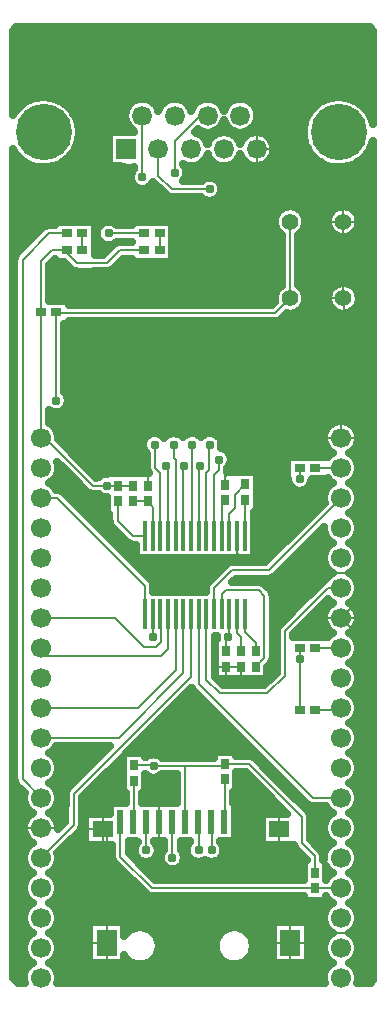
<source format=gbr>
G04 DipTrace 3.3.1.3*
G04 Top.gbr*
%MOIN*%
G04 #@! TF.FileFunction,Copper,L1,Top*
G04 #@! TF.Part,Single*
G04 #@! TA.AperFunction,Conductor*
%ADD13C,0.007874*%
G04 #@! TA.AperFunction,CopperBalancing*
%ADD14C,0.025*%
%ADD15C,0.00787*%
%ADD17R,0.027559X0.035433*%
%ADD18R,0.035433X0.027559*%
G04 #@! TA.AperFunction,ComponentPad*
%ADD19R,0.066535X0.066535*%
%ADD20C,0.066535*%
%ADD21C,0.187402*%
%ADD22C,0.055118*%
%ADD24R,0.023622X0.07874*%
%ADD25R,0.068898X0.057087*%
%ADD26R,0.068898X0.088583*%
G04 #@! TA.AperFunction,ComponentPad*
%ADD30C,0.066929*%
%ADD31R,0.015748X0.098425*%
G04 #@! TA.AperFunction,ViaPad*
%ADD35C,0.031*%
%FSLAX26Y26*%
G04*
G70*
G90*
G75*
G01*
G04 Top*
%LPD*%
X774196Y2083686D2*
D13*
X824196D1*
X827944Y1151987D2*
X891666D1*
X893702Y1149951D1*
X999873D1*
X1124953D1*
X1131202Y1156200D1*
X999873Y962516D2*
Y1149951D1*
X1381202Y1543700D2*
Y1506200D1*
Y1337449D1*
Y2106200D2*
Y2143700D1*
X1381201D1*
X1134824Y1532363D2*
Y1570939D1*
X1142416Y1578532D1*
X1146589Y1656968D2*
Y1582704D1*
X1142416Y1578532D1*
X518702Y2243700D2*
X531202D1*
X691217Y2083686D1*
X737453D1*
X774196D1*
X737764Y2084481D2*
X737453Y2083686D1*
X1431202Y793700D2*
Y849949D1*
X1387452Y893700D1*
Y981200D1*
X1212452Y1156200D1*
X1131202D1*
X518702Y2243700D2*
Y2661117D1*
X518075Y2661745D1*
Y2832128D1*
X554647Y2868700D1*
X605021D1*
X862504D2*
X780601D1*
X737474Y2825573D1*
X638923D1*
X595795Y2868700D1*
X605021D1*
X656202Y2924951D2*
Y2868700D1*
X967456Y1915432D2*
Y2169737D1*
X960288Y2176905D1*
Y2220825D1*
X961357D1*
X964458Y3128050D2*
Y3234792D1*
X1047757Y3318091D1*
X1073591D1*
X827944Y1100806D2*
Y963815D1*
X826645Y962516D1*
X1131202Y1105019D2*
Y963924D1*
X1129794Y962516D1*
X1095408Y1915432D2*
Y2120896D1*
X1111953Y2137440D1*
Y2171250D1*
X1044227Y1915432D2*
Y2151229D1*
X1049953D1*
X856202Y3112451D2*
Y3317369D1*
X855481Y3318091D1*
X993046Y1915432D2*
Y2150573D1*
X993702Y2151229D1*
X737735Y560833D2*
Y666108D1*
Y925441D1*
X724243Y938934D1*
X1518702Y1643700D2*
X1568702Y1693700D1*
Y1762451D1*
X1537453Y1793700D1*
X1468702D1*
X1299952Y1624949D1*
Y1470747D1*
X1271998Y1442793D1*
X1184824D1*
Y1481182D1*
X1134824D2*
X1184824D1*
X1131202Y2087449D2*
Y2112449D1*
X1228839Y2210087D1*
X1262453Y2243700D1*
X1518702D1*
X1172180Y1915428D2*
Y1858973D1*
X1187453Y1843700D1*
X1218702D1*
X1228839Y1853836D1*
Y2210087D1*
X874196Y2083686D2*
Y2125708D1*
X862453Y2137451D1*
Y2258053D1*
X878798Y2274398D1*
X1262453D1*
Y2243700D1*
X913259Y962516D2*
Y849142D1*
X962452Y799949D1*
X1099953D1*
X1231202D1*
X1313042Y881789D1*
Y938582D1*
X1099953Y799949D2*
D3*
X1349353Y560697D2*
Y625549D1*
X1308794Y666108D1*
X737735D1*
Y560833D2*
Y480917D1*
X781202Y437449D1*
X1306202D1*
X1349353Y480600D1*
Y560697D1*
X1416949D1*
X1449952Y593700D1*
X1543702D1*
X1568702Y618700D1*
Y1593700D1*
X1518702Y1643700D1*
Y2243700D2*
Y2468923D1*
X1526996Y2477217D1*
Y2709443D1*
X1526036Y2708482D1*
Y2964388D1*
Y3018330D1*
X1338086Y3206280D1*
X1237173D1*
X605021Y2924951D2*
X544435D1*
X457484Y2838001D1*
Y1104918D1*
X518702Y1043700D1*
X1018637Y1656968D2*
Y1447330D1*
X627562Y1056255D1*
Y952560D1*
X518702Y843700D1*
X743702Y2924951D2*
X862504D1*
Y2924949D1*
X783337Y962516D2*
Y847815D1*
X888634Y742519D1*
X1431202D1*
X1517521D1*
X1518702Y743700D1*
X956202Y843700D2*
Y962153D1*
X956566Y962516D1*
X1432383Y1543700D2*
X1518702D1*
X868702Y868700D2*
Y961267D1*
X869952Y962516D1*
X1069818Y1656968D2*
Y1435772D1*
X1114037Y1391553D1*
X1272806D1*
X1331202Y1449949D1*
Y1599949D1*
X1474953Y1743700D1*
X1518702D1*
X1095408Y1656968D2*
Y1741657D1*
X1155853Y1802102D1*
X1277104D1*
X1518702Y2043700D1*
X1432382Y2143700D2*
X1518702D1*
X1043702Y868700D2*
Y961994D1*
X1043180Y962516D1*
X967456Y1656968D2*
Y1469754D1*
X841402Y1343700D1*
X518702D1*
X993046Y1656968D2*
Y1459256D1*
X777490Y1243700D1*
X518702D1*
X916274Y1656968D2*
Y1616011D1*
X919903Y1612382D1*
Y1564203D1*
X902982Y1547280D1*
X860865D1*
X764445Y1643700D1*
X518702D1*
X941865Y1656968D2*
Y1539158D1*
X918776Y1516069D1*
X518702D1*
Y1543700D1*
X865093Y1656960D2*
Y1750611D1*
X572004Y2043700D1*
X518702D1*
X569259Y2367906D2*
Y2659398D1*
X1299786D1*
X1348870Y2708482D1*
Y2964388D1*
X569256Y2661745D2*
X569259Y2659398D1*
X1044227Y1656968D2*
Y1423350D1*
X1423877Y1043700D1*
X1518702D1*
X1432383Y1337449D2*
X1512452D1*
X1518702Y1343700D1*
X1087453Y868700D2*
Y961550D1*
X1086487Y962516D1*
X1197771Y1915448D2*
Y1964880D1*
X1199952Y1967062D1*
Y2037451D1*
Y2088632D2*
X1165042Y2053721D1*
Y2008791D1*
X1146589Y1990336D1*
Y1915432D1*
X1234198Y1532077D2*
Y1560297D1*
X1197771Y1596725D1*
Y1656964D1*
X1120999Y1656968D2*
Y1721783D1*
X1134571Y1735355D1*
X1244923D1*
X1263071Y1717207D1*
Y1509768D1*
X1234198Y1480896D1*
X774196Y2032504D2*
Y1966096D1*
X824860Y1915432D1*
X865093D1*
X1172180Y1656964D2*
Y1592172D1*
X1184824Y1579528D1*
Y1532363D1*
X1120999Y1915432D2*
Y2033497D1*
X1131202Y2043700D1*
Y2036268D1*
X890684Y1915432D2*
Y2011872D1*
X870051Y2032504D1*
X874196D1*
X824196D1*
X890204Y1579465D2*
X890684Y1656968D1*
X916274Y1915432D2*
Y2127377D1*
X899952Y2143700D1*
Y2221250D1*
X897617D1*
X941865Y1915432D2*
Y2151229D1*
X935330D1*
X1069818Y1915432D2*
Y2127982D1*
X1078858Y2137023D1*
Y2218906D1*
X1081202Y2221250D1*
X1081142Y3072720D2*
X954816D1*
X910008Y3117528D1*
Y3206280D1*
X1018637Y1915432D2*
X1021879D1*
Y2221250D1*
X913685Y2924949D2*
Y2868700D1*
D35*
X897617Y2221250D3*
X935330Y2151229D3*
X961357Y2220825D3*
X993702Y2151229D3*
X1021879Y2221250D3*
X1049953Y2151229D3*
X1081202Y2221250D3*
X1111953Y2171250D3*
X890204Y1579465D3*
X1087453Y868700D3*
X1043702D3*
X956202Y843700D3*
X893702Y1149951D3*
X868702Y868700D3*
X1381202Y1506200D3*
Y2106200D3*
X1142416Y1578532D3*
X737764Y2084481D3*
X1099953Y799949D3*
X743702Y2924951D3*
X569259Y2367906D3*
X1081142Y3072720D3*
X856202Y3112451D3*
X964458Y3128050D3*
X427453Y3587582D2*
D14*
X1622439D1*
X427453Y3562713D2*
X1622439D1*
X427453Y3537844D2*
X1622439D1*
X427453Y3512976D2*
X1622439D1*
X427453Y3488107D2*
X1622439D1*
X427453Y3463238D2*
X1622439D1*
X427453Y3438369D2*
X1622439D1*
X427453Y3413501D2*
X1622439D1*
X427453Y3388632D2*
X1622439D1*
X427453Y3363763D2*
X466177D1*
X588088D2*
X819278D1*
X891705D2*
X928331D1*
X1000756D2*
X1037382D1*
X1109809D2*
X1146435D1*
X1218861D2*
X1450015D1*
X1571961D2*
X1622439D1*
X618231Y3338894D2*
X800152D1*
X1237952D2*
X1419872D1*
X1602104D2*
X1622439D1*
X634738Y3314025D2*
X796348D1*
X1241755D2*
X1403365D1*
X643673Y3289157D2*
X804135D1*
X1234004D2*
X1394429D1*
X646831Y3264288D2*
X826276D1*
X1035242D2*
X1052992D1*
X1094200D2*
X1162044D1*
X1203251D2*
X1391309D1*
X644607Y3239419D2*
X741697D1*
X1285748D2*
X1393533D1*
X636712Y3214550D2*
X741697D1*
X1295832D2*
X1401391D1*
X621712Y3189682D2*
X741697D1*
X1293966D2*
X1416427D1*
X1605584D2*
X1622439D1*
X427453Y3164813D2*
X459395D1*
X594870D2*
X741697D1*
X1060324D2*
X1086866D1*
X1169377D2*
X1195919D1*
X1278428D2*
X1443268D1*
X1578708D2*
X1622439D1*
X427453Y3139944D2*
X826024D1*
X1004093D2*
X1622439D1*
X427453Y3115075D2*
X814793D1*
X1003735D2*
X1622439D1*
X427453Y3090207D2*
X821683D1*
X1118492D2*
X1622439D1*
X427453Y3065338D2*
X920902D1*
X1121937D2*
X1622439D1*
X427453Y3040469D2*
X1056723D1*
X1105575D2*
X1622439D1*
X427453Y3015600D2*
X1622439D1*
X427453Y2990731D2*
X1302638D1*
X1395124D2*
X1479798D1*
X1572284D2*
X1622439D1*
X427453Y2965863D2*
X1295318D1*
X1402408D2*
X1472513D1*
X1579568D2*
X1622439D1*
X427453Y2940994D2*
X519179D1*
X957408D2*
X1300987D1*
X1396739D2*
X1478147D1*
X1573935D2*
X1622439D1*
X427453Y2916125D2*
X494311D1*
X957408D2*
X1318929D1*
X1378797D2*
X1506855D1*
X1545192D2*
X1622439D1*
X427453Y2891256D2*
X469444D1*
X699903D2*
X721566D1*
X957408D2*
X1318929D1*
X1378797D2*
X1622439D1*
X427453Y2866388D2*
X444575D1*
X699903D2*
X736996D1*
X957408D2*
X1318929D1*
X1378797D2*
X1622439D1*
X957408Y2841519D2*
X1318929D1*
X1378797D2*
X1622439D1*
X548005Y2816650D2*
X606557D1*
X769841D2*
X1318929D1*
X1378797D2*
X1622439D1*
X548005Y2791781D2*
X1318929D1*
X1378797D2*
X1622439D1*
X548005Y2766913D2*
X1318929D1*
X1378797D2*
X1622439D1*
X548005Y2742044D2*
X1307877D1*
X1389849D2*
X1485074D1*
X1567009D2*
X1622439D1*
X548005Y2717175D2*
X1296071D1*
X1401691D2*
X1473231D1*
X1578851D2*
X1622439D1*
X612957Y2692306D2*
X1291407D1*
X1399789D2*
X1474954D1*
X1577452D2*
X1622439D1*
X1381739Y2667438D2*
X1492681D1*
X1559760D2*
X1622439D1*
X1324252Y2642569D2*
X1622439D1*
X599213Y2617700D2*
X1622439D1*
X599213Y2592831D2*
X1622439D1*
X599213Y2567962D2*
X1622439D1*
X599213Y2543094D2*
X1622439D1*
X599213Y2518225D2*
X1622439D1*
X599213Y2493356D2*
X1622439D1*
X599213Y2468487D2*
X1622439D1*
X599213Y2443619D2*
X1622439D1*
X599213Y2418750D2*
X1622439D1*
X600864Y2393881D2*
X1622439D1*
X610731Y2369012D2*
X1622439D1*
X602693Y2344144D2*
X1622439D1*
X548652Y2319275D2*
X1622439D1*
X548652Y2294406D2*
X1490240D1*
X1547166D2*
X1622439D1*
X571977Y2269537D2*
X1465445D1*
X1571961D2*
X1622439D1*
X578149Y2244669D2*
X863918D1*
X1114904D2*
X1459236D1*
X1578170D2*
X1622439D1*
X596414Y2219800D2*
X856131D1*
X1122691D2*
X1464512D1*
X1572894D2*
X1622439D1*
X621281Y2194931D2*
X866323D1*
X1145441D2*
X1486760D1*
X1550646D2*
X1622439D1*
X646149Y2170062D2*
X870019D1*
X1153444D2*
X1337482D1*
X1571710D2*
X1622439D1*
X671017Y2145193D2*
X870019D1*
X1143469D2*
X1337482D1*
X1578133D2*
X1622439D1*
X573160Y2120325D2*
X613267D1*
X695885D2*
X719879D1*
X1239746D2*
X1337482D1*
X1573146D2*
X1622439D1*
X551487Y2095456D2*
X638135D1*
X1239746D2*
X1341214D1*
X1421176D2*
X1485899D1*
X1551507D2*
X1622439D1*
X579979Y2070587D2*
X663003D1*
X1239746D2*
X1362816D1*
X1399609D2*
X1465983D1*
X1571423D2*
X1622439D1*
X611269Y2045718D2*
X730967D1*
X1239746D2*
X1459273D1*
X1578133D2*
X1622439D1*
X636173Y2020850D2*
X734412D1*
X1239746D2*
X1454536D1*
X1573397D2*
X1622439D1*
X661041Y1995981D2*
X734412D1*
X1229877D2*
X1429668D1*
X1552297D2*
X1622439D1*
X685908Y1971112D2*
X744244D1*
X1231635D2*
X1404801D1*
X1571135D2*
X1622439D1*
X710777Y1946243D2*
X752750D1*
X1231635D2*
X1379933D1*
X1578097D2*
X1622439D1*
X735645Y1921375D2*
X777617D1*
X1231635D2*
X1355065D1*
X1437683D2*
X1463794D1*
X1573612D2*
X1622439D1*
X760512Y1896506D2*
X802484D1*
X1231635D2*
X1330197D1*
X1412815D2*
X1484284D1*
X1553086D2*
X1622439D1*
X785379Y1871637D2*
X831227D1*
X1231635D2*
X1305330D1*
X1387946D2*
X1466557D1*
X1570849D2*
X1622439D1*
X810247Y1846768D2*
X831227D1*
X1231635D2*
X1280462D1*
X1363079D2*
X1459309D1*
X1578097D2*
X1622439D1*
X835116Y1821899D2*
X1134341D1*
X1338212D2*
X1463579D1*
X1573827D2*
X1622439D1*
X859983Y1797031D2*
X1109474D1*
X1313344D2*
X1483530D1*
X1553876D2*
X1622439D1*
X884851Y1772162D2*
X1084607D1*
X1167223D2*
X1466844D1*
X1570562D2*
X1622439D1*
X895042Y1747293D2*
X1066054D1*
X1274302D2*
X1437240D1*
X1578062D2*
X1622439D1*
X1292495Y1722424D2*
X1412372D1*
X1574042D2*
X1622439D1*
X1292998Y1697556D2*
X1387504D1*
X1470122D2*
X1482813D1*
X1554593D2*
X1622439D1*
X1292998Y1672687D2*
X1362637D1*
X1445254D2*
X1467167D1*
X1570239D2*
X1622439D1*
X1292998Y1647818D2*
X1337769D1*
X1420386D2*
X1459381D1*
X1578025D2*
X1622439D1*
X1292998Y1622949D2*
X1312900D1*
X1395519D2*
X1463149D1*
X1574257D2*
X1622439D1*
X1370651Y1598081D2*
X1482095D1*
X1555311D2*
X1622439D1*
X1569916Y1573212D2*
X1622439D1*
X1577990Y1548343D2*
X1622439D1*
X1574473Y1523474D2*
X1622439D1*
X1555992Y1498606D2*
X1622439D1*
X1273979Y1473737D2*
X1301274D1*
X1569593D2*
X1622439D1*
X1273979Y1448868D2*
X1288823D1*
X1577918D2*
X1622439D1*
X1122907Y1423999D2*
X1263956D1*
X1574652D2*
X1622439D1*
X1011738Y1399130D2*
X1027155D1*
X1556675D2*
X1622439D1*
X986869Y1374262D2*
X1052023D1*
X1569269D2*
X1622439D1*
X962002Y1349393D2*
X1076891D1*
X1577882D2*
X1622439D1*
X937134Y1324524D2*
X1101759D1*
X1574832D2*
X1622439D1*
X912267Y1299655D2*
X1126626D1*
X1557320D2*
X1622439D1*
X887399Y1274787D2*
X1151494D1*
X1568946D2*
X1622439D1*
X862530Y1249918D2*
X1176362D1*
X1577810D2*
X1622439D1*
X837663Y1225049D2*
X1201230D1*
X1575011D2*
X1622439D1*
X557946Y1200180D2*
X730177D1*
X812795D2*
X1226097D1*
X1557966D2*
X1622439D1*
X568604Y1175312D2*
X705310D1*
X1234650D2*
X1250965D1*
X1568588D2*
X1622439D1*
X577754Y1150443D2*
X680442D1*
X763059D2*
X788167D1*
X1259517D2*
X1275832D1*
X1577774D2*
X1622439D1*
X575206Y1125574D2*
X655575D1*
X738192D2*
X788167D1*
X1170991D2*
X1201768D1*
X1284385D2*
X1300701D1*
X1575191D2*
X1622439D1*
X558555Y1100705D2*
X630706D1*
X713324D2*
X788167D1*
X867734D2*
X969920D1*
X1170991D2*
X1226635D1*
X1309254D2*
X1325568D1*
X1558576D2*
X1622439D1*
X427453Y1075836D2*
X445257D1*
X568244D2*
X605839D1*
X688457D2*
X788167D1*
X867734D2*
X969920D1*
X1170991D2*
X1251503D1*
X1334121D2*
X1350436D1*
X1568229D2*
X1622439D1*
X427453Y1050968D2*
X459718D1*
X577718D2*
X597622D1*
X663589D2*
X797999D1*
X857866D2*
X969920D1*
X1161124D2*
X1276372D1*
X1358988D2*
X1375303D1*
X1577702D2*
X1622439D1*
X427453Y1026099D2*
X462015D1*
X575386D2*
X597622D1*
X657488D2*
X797999D1*
X857866D2*
X969920D1*
X1161124D2*
X1301239D1*
X1383856D2*
X1400171D1*
X1575370D2*
X1622439D1*
X427453Y1001230D2*
X478235D1*
X559166D2*
X597622D1*
X657488D2*
X745536D1*
X1167618D2*
X1326107D1*
X1408725D2*
X1478255D1*
X1559151D2*
X1622439D1*
X427453Y976361D2*
X469515D1*
X567886D2*
X597622D1*
X1167618D2*
X1252580D1*
X1417372D2*
X1469536D1*
X1567870D2*
X1622439D1*
X427453Y951493D2*
X459790D1*
X1167618D2*
X1252185D1*
X1417372D2*
X1459774D1*
X1577631D2*
X1622439D1*
X427453Y926624D2*
X461872D1*
X642920D2*
X663792D1*
X1167618D2*
X1252185D1*
X1417372D2*
X1461856D1*
X1575550D2*
X1622439D1*
X427453Y901755D2*
X477660D1*
X618051D2*
X663792D1*
X1167618D2*
X1252580D1*
X1420709D2*
X1477646D1*
X1559760D2*
X1622439D1*
X427453Y876886D2*
X469910D1*
X593184D2*
X753395D1*
X813261D2*
X828070D1*
X909324D2*
X926250D1*
X986152D2*
X1003078D1*
X1128074D2*
X1363282D1*
X1445578D2*
X1469894D1*
X1567512D2*
X1622439D1*
X427453Y852018D2*
X459862D1*
X577538D2*
X753395D1*
X1125204D2*
X1387827D1*
X1577559D2*
X1622439D1*
X427453Y827149D2*
X461692D1*
X575709D2*
X762689D1*
X845306D2*
X918390D1*
X994011D2*
X1391416D1*
X1575693D2*
X1622439D1*
X427453Y802280D2*
X477087D1*
X560314D2*
X787557D1*
X870175D2*
X1391416D1*
X1560299D2*
X1622439D1*
X427453Y777411D2*
X470269D1*
X567133D2*
X812424D1*
X895042D2*
X1391416D1*
X1567117D2*
X1622439D1*
X427453Y752543D2*
X459935D1*
X577467D2*
X837292D1*
X1577487D2*
X1622439D1*
X427453Y727674D2*
X461549D1*
X575852D2*
X862160D1*
X1575873D2*
X1622439D1*
X427453Y702805D2*
X476549D1*
X560852D2*
X1391416D1*
X1560873D2*
X1622439D1*
X427453Y677936D2*
X470663D1*
X566738D2*
X1470684D1*
X1566722D2*
X1622439D1*
X427453Y653067D2*
X460005D1*
X577395D2*
X1460026D1*
X1577379D2*
X1622439D1*
X427453Y628199D2*
X461406D1*
X576032D2*
X677285D1*
X798191D2*
X1288895D1*
X1409801D2*
X1461390D1*
X1576016D2*
X1622439D1*
X427453Y603330D2*
X476011D1*
X561391D2*
X677285D1*
X798191D2*
X814183D1*
X882949D2*
X1128635D1*
X1197402D2*
X1288895D1*
X1409801D2*
X1475995D1*
X1561376D2*
X1622439D1*
X427453Y578461D2*
X471058D1*
X566343D2*
X677285D1*
X906166D2*
X1105454D1*
X1220620D2*
X1288895D1*
X1409801D2*
X1471079D1*
X1566327D2*
X1622439D1*
X427453Y553592D2*
X460113D1*
X577288D2*
X677285D1*
X912840D2*
X1098780D1*
X1227294D2*
X1288895D1*
X1409801D2*
X1460099D1*
X1577307D2*
X1622439D1*
X427453Y528724D2*
X461226D1*
X576175D2*
X677285D1*
X909000D2*
X1102584D1*
X1223454D2*
X1288895D1*
X1409801D2*
X1461247D1*
X1576159D2*
X1622439D1*
X427453Y503855D2*
X475508D1*
X561929D2*
X677285D1*
X891848D2*
X1119736D1*
X1206301D2*
X1288895D1*
X1409801D2*
X1475492D1*
X1561914D2*
X1622439D1*
X427453Y478986D2*
X471488D1*
X565912D2*
X1471474D1*
X1565932D2*
X1622439D1*
X427453Y454117D2*
X460185D1*
X577215D2*
X1460206D1*
X1577200D2*
X1622439D1*
X440820Y429249D2*
X461118D1*
X576319D2*
X1461103D1*
X1576303D2*
X1618634D1*
X1237233Y2047411D2*
Y1996233D1*
X1227364D1*
X1227390Y1988182D1*
X1229145Y1988161D1*
Y1842735D1*
X1187242Y1842716D1*
X1182145Y1841729D1*
X1162302D1*
X1155785Y1842716D1*
X833719Y1842720D1*
Y1887969D1*
X822708Y1888079D1*
X818454Y1888754D1*
X814360Y1890083D1*
X810524Y1892039D1*
X807041Y1894569D1*
X754794Y1946695D1*
X751999Y1949969D1*
X749750Y1953640D1*
X748101Y1957617D1*
X747096Y1961804D1*
X746759Y1966104D1*
Y1991323D1*
X736916Y1991287D1*
Y2045508D1*
X731663Y2045961D1*
X725712Y2047390D1*
X720058Y2049731D1*
X714840Y2052930D1*
X710898Y2056246D1*
X689065Y2056333D1*
X684813Y2057006D1*
X680718Y2058336D1*
X676882Y2060291D1*
X673398Y2062822D1*
X600364Y2135737D1*
X571818Y2164283D1*
X574093Y2156998D1*
X575491Y2148170D1*
Y2139230D1*
X574093Y2130402D1*
X571331Y2121901D1*
X567273Y2113936D1*
X562019Y2106704D1*
X555698Y2100384D1*
X548466Y2095129D1*
X545950Y2093721D1*
X552185Y2089785D1*
X558982Y2083980D1*
X564788Y2077183D1*
X568579Y2071132D1*
X576295Y2070800D1*
X580483Y2069794D1*
X584460Y2068146D1*
X588131Y2065897D1*
X591411Y2063095D1*
X885957Y1768430D1*
X888487Y1764947D1*
X890442Y1761111D1*
X891772Y1757016D1*
X892446Y1752763D1*
X892530Y1729690D1*
X973239Y1729645D1*
X1050011D1*
X1067936Y1729680D1*
X1068055Y1743809D1*
X1068730Y1748062D1*
X1070059Y1752157D1*
X1072015Y1755993D1*
X1074545Y1759476D1*
X1136452Y1821503D1*
X1139726Y1824298D1*
X1143397Y1826548D1*
X1147374Y1828196D1*
X1151561Y1829201D1*
X1155853Y1829539D1*
X1265767D1*
X1464019Y2027818D1*
X1462439Y2034789D1*
X1461738Y2043700D1*
X1462439Y2052611D1*
X1464525Y2061304D1*
X1467946Y2069561D1*
X1472617Y2077183D1*
X1478423Y2083980D1*
X1485219Y2089785D1*
X1491454Y2093679D1*
X1485219Y2097615D1*
X1478423Y2103420D1*
X1473601Y2108969D1*
X1473599Y2106420D1*
X1420202Y2106200D1*
X1419722Y2100099D1*
X1418293Y2094149D1*
X1415952Y2088494D1*
X1412754Y2083276D1*
X1408780Y2078623D1*
X1404126Y2074649D1*
X1398908Y2071451D1*
X1393254Y2069109D1*
X1387303Y2067680D1*
X1381202Y2067200D1*
X1375101Y2067680D1*
X1369151Y2069109D1*
X1363496Y2071451D1*
X1358278Y2074649D1*
X1353625Y2078623D1*
X1349651Y2083276D1*
X1346453Y2088494D1*
X1344112Y2094149D1*
X1342683Y2100099D1*
X1342212Y2106427D1*
X1339984Y2106420D1*
Y2180980D1*
X1473599D1*
Y2178503D1*
X1478423Y2183980D1*
X1485219Y2189785D1*
X1491454Y2193679D1*
X1485492Y2197418D1*
X1479814Y2202074D1*
X1474782Y2207423D1*
X1470481Y2213376D1*
X1466979Y2219831D1*
X1464339Y2226684D1*
X1462601Y2233819D1*
X1461797Y2241120D1*
X1461937Y2248462D1*
X1463021Y2255725D1*
X1465032Y2262789D1*
X1467933Y2269536D1*
X1471679Y2275852D1*
X1476206Y2281634D1*
X1481440Y2286787D1*
X1487293Y2291222D1*
X1493668Y2294869D1*
X1500460Y2297665D1*
X1507554Y2299564D1*
X1514834Y2300533D1*
X1522177Y2300558D1*
X1529463Y2299638D1*
X1536571Y2297789D1*
X1543381Y2295041D1*
X1549781Y2291440D1*
X1555664Y2287045D1*
X1560933Y2281928D1*
X1565502Y2276178D1*
X1569290Y2269888D1*
X1572239Y2263161D1*
X1574298Y2256112D1*
X1575433Y2248856D1*
X1575637Y2241863D1*
X1574928Y2234553D1*
X1573284Y2227396D1*
X1570733Y2220510D1*
X1567316Y2214008D1*
X1563092Y2208001D1*
X1558131Y2202586D1*
X1552513Y2197855D1*
X1545986Y2193700D1*
X1552185Y2189785D1*
X1558982Y2183980D1*
X1564788Y2177183D1*
X1569458Y2169561D1*
X1572879Y2161304D1*
X1574966Y2152611D1*
X1575667Y2143700D1*
X1574966Y2134789D1*
X1572879Y2126096D1*
X1569458Y2117839D1*
X1564788Y2110217D1*
X1558982Y2103420D1*
X1552185Y2097615D1*
X1545950Y2093721D1*
X1552185Y2089785D1*
X1558982Y2083980D1*
X1564788Y2077183D1*
X1569458Y2069561D1*
X1572879Y2061304D1*
X1574966Y2052611D1*
X1575667Y2043700D1*
X1574966Y2034789D1*
X1572879Y2026096D1*
X1569458Y2017839D1*
X1564788Y2010217D1*
X1558982Y2003420D1*
X1552185Y1997615D1*
X1545950Y1993721D1*
X1552185Y1989785D1*
X1558982Y1983980D1*
X1564788Y1977183D1*
X1569458Y1969561D1*
X1572879Y1961304D1*
X1574966Y1952611D1*
X1575667Y1943700D1*
X1574966Y1934789D1*
X1572879Y1926096D1*
X1569458Y1917839D1*
X1564788Y1910217D1*
X1558982Y1903420D1*
X1552185Y1897615D1*
X1545950Y1893721D1*
X1552185Y1889785D1*
X1558982Y1883980D1*
X1564788Y1877183D1*
X1569458Y1869561D1*
X1572879Y1861304D1*
X1574966Y1852611D1*
X1575667Y1843700D1*
X1574966Y1834789D1*
X1572879Y1826096D1*
X1569458Y1817839D1*
X1564788Y1810217D1*
X1558982Y1803420D1*
X1552185Y1797615D1*
X1545950Y1793721D1*
X1552185Y1789785D1*
X1558982Y1783980D1*
X1564788Y1777183D1*
X1569458Y1769561D1*
X1572879Y1761304D1*
X1574966Y1752611D1*
X1575667Y1743700D1*
X1574966Y1734789D1*
X1572879Y1726096D1*
X1569458Y1717839D1*
X1564788Y1710217D1*
X1558982Y1703420D1*
X1552185Y1697615D1*
X1545950Y1693721D1*
X1551305Y1690413D1*
X1557044Y1685830D1*
X1562145Y1680548D1*
X1566524Y1674651D1*
X1570109Y1668242D1*
X1572839Y1661424D1*
X1574670Y1654313D1*
X1575570Y1647024D1*
X1575549Y1640028D1*
X1574604Y1632745D1*
X1572730Y1625644D1*
X1569958Y1618843D1*
X1566334Y1612456D1*
X1561919Y1606587D1*
X1556785Y1601336D1*
X1551017Y1596789D1*
X1545986Y1593700D1*
X1552185Y1589785D1*
X1558982Y1583980D1*
X1564788Y1577183D1*
X1569458Y1569561D1*
X1572879Y1561304D1*
X1574966Y1552611D1*
X1575667Y1543700D1*
X1574966Y1534789D1*
X1572879Y1526096D1*
X1569458Y1517839D1*
X1564788Y1510217D1*
X1558982Y1503420D1*
X1552185Y1497615D1*
X1545950Y1493721D1*
X1552185Y1489785D1*
X1558982Y1483980D1*
X1564788Y1477183D1*
X1569458Y1469561D1*
X1572879Y1461304D1*
X1574966Y1452611D1*
X1575667Y1443700D1*
X1574966Y1434789D1*
X1572879Y1426096D1*
X1569458Y1417839D1*
X1564788Y1410217D1*
X1558982Y1403420D1*
X1552185Y1397615D1*
X1545950Y1393721D1*
X1552185Y1389785D1*
X1558982Y1383980D1*
X1564788Y1377183D1*
X1569458Y1369561D1*
X1572879Y1361304D1*
X1574966Y1352611D1*
X1575667Y1343700D1*
X1574966Y1334789D1*
X1572879Y1326096D1*
X1569458Y1317839D1*
X1564788Y1310217D1*
X1558982Y1303420D1*
X1552185Y1297615D1*
X1545950Y1293721D1*
X1552185Y1289785D1*
X1558982Y1283980D1*
X1564788Y1277183D1*
X1569458Y1269561D1*
X1572879Y1261304D1*
X1574966Y1252611D1*
X1575667Y1243700D1*
X1574966Y1234789D1*
X1572879Y1226096D1*
X1569458Y1217839D1*
X1564788Y1210217D1*
X1558982Y1203420D1*
X1552185Y1197615D1*
X1545950Y1193721D1*
X1552185Y1189785D1*
X1558982Y1183980D1*
X1564788Y1177183D1*
X1569458Y1169561D1*
X1572879Y1161304D1*
X1574966Y1152611D1*
X1575667Y1143700D1*
X1574966Y1134789D1*
X1572879Y1126096D1*
X1569458Y1117839D1*
X1564788Y1110217D1*
X1558982Y1103420D1*
X1552185Y1097615D1*
X1545950Y1093721D1*
X1552185Y1089785D1*
X1558982Y1083980D1*
X1564788Y1077183D1*
X1569458Y1069561D1*
X1572879Y1061304D1*
X1574966Y1052611D1*
X1575667Y1043700D1*
X1574966Y1034789D1*
X1572879Y1026096D1*
X1569458Y1017839D1*
X1564788Y1010217D1*
X1558982Y1003420D1*
X1552185Y997615D1*
X1545950Y993721D1*
X1552185Y989785D1*
X1558982Y983980D1*
X1564788Y977183D1*
X1569458Y969561D1*
X1572879Y961304D1*
X1574966Y952611D1*
X1575667Y943700D1*
X1574966Y934789D1*
X1572879Y926096D1*
X1569458Y917839D1*
X1564788Y910217D1*
X1558982Y903420D1*
X1552185Y897615D1*
X1545950Y893721D1*
X1552185Y889785D1*
X1558982Y883980D1*
X1564788Y877183D1*
X1569458Y869561D1*
X1572879Y861304D1*
X1574966Y852611D1*
X1575667Y843700D1*
X1574966Y834789D1*
X1572879Y826096D1*
X1569458Y817839D1*
X1564788Y810217D1*
X1558982Y803420D1*
X1552185Y797615D1*
X1545950Y793721D1*
X1552185Y789785D1*
X1558982Y783980D1*
X1564788Y777183D1*
X1569458Y769561D1*
X1572879Y761304D1*
X1574966Y752611D1*
X1575667Y743700D1*
X1574966Y734789D1*
X1572879Y726096D1*
X1569458Y717839D1*
X1564788Y710217D1*
X1558982Y703420D1*
X1552185Y697615D1*
X1545950Y693721D1*
X1552185Y689785D1*
X1558982Y683980D1*
X1564788Y677183D1*
X1569458Y669561D1*
X1572879Y661304D1*
X1574966Y652611D1*
X1575667Y643700D1*
X1574966Y634789D1*
X1572879Y626096D1*
X1569458Y617839D1*
X1564788Y610217D1*
X1558982Y603420D1*
X1552185Y597615D1*
X1545950Y593721D1*
X1552185Y589785D1*
X1558982Y583980D1*
X1564788Y577183D1*
X1569458Y569561D1*
X1572879Y561304D1*
X1574966Y552611D1*
X1575667Y543700D1*
X1574966Y534789D1*
X1572879Y526096D1*
X1569458Y517839D1*
X1564788Y510217D1*
X1558982Y503420D1*
X1552185Y497615D1*
X1545950Y493721D1*
X1552185Y489785D1*
X1558982Y483980D1*
X1564788Y477183D1*
X1569458Y469561D1*
X1572879Y461304D1*
X1574966Y452611D1*
X1575667Y443700D1*
X1574966Y434789D1*
X1572879Y426096D1*
X1572449Y424934D1*
X1618294Y424949D1*
X1624949Y434981D1*
X1624952Y3234796D1*
X1622479Y3226039D1*
X1619307Y3217420D1*
X1615470Y3209077D1*
X1610990Y3201060D1*
X1605897Y3193417D1*
X1600221Y3186197D1*
X1593998Y3179444D1*
X1587264Y3173199D1*
X1580062Y3167499D1*
X1572436Y3162381D1*
X1564432Y3157877D1*
X1556100Y3154012D1*
X1547492Y3150813D1*
X1538659Y3148297D1*
X1529656Y3146481D1*
X1520540Y3145375D1*
X1511364Y3144985D1*
X1502185Y3145315D1*
X1493062Y3146364D1*
X1484047Y3148124D1*
X1475200Y3150585D1*
X1466571Y3153729D1*
X1458215Y3157540D1*
X1450184Y3161994D1*
X1442525Y3167064D1*
X1435288Y3172716D1*
X1428513Y3178919D1*
X1422247Y3185633D1*
X1416525Y3192817D1*
X1411383Y3200426D1*
X1406855Y3208415D1*
X1402963Y3216734D1*
X1399736Y3225333D1*
X1397192Y3234158D1*
X1395347Y3243154D1*
X1394212Y3252268D1*
X1393794Y3261443D1*
X1394096Y3270621D1*
X1395114Y3279749D1*
X1396845Y3288768D1*
X1399278Y3297624D1*
X1402395Y3306263D1*
X1406180Y3314630D1*
X1410609Y3322676D1*
X1415654Y3330351D1*
X1421284Y3337607D1*
X1427465Y3344399D1*
X1434159Y3350687D1*
X1441324Y3356432D1*
X1448918Y3361598D1*
X1456893Y3366153D1*
X1465200Y3370070D1*
X1473788Y3373325D1*
X1482604Y3375896D1*
X1491595Y3377770D1*
X1500705Y3378934D1*
X1509878Y3379381D1*
X1519058Y3379108D1*
X1528188Y3378117D1*
X1537213Y3376415D1*
X1546076Y3374012D1*
X1554725Y3370922D1*
X1563105Y3367163D1*
X1571166Y3362760D1*
X1578856Y3357739D1*
X1586129Y3352133D1*
X1592941Y3345973D1*
X1599251Y3339300D1*
X1605017Y3332151D1*
X1610208Y3324575D1*
X1614788Y3316615D1*
X1618731Y3308321D1*
X1622012Y3299742D1*
X1624946Y3289355D1*
X1624952Y3601004D1*
X1613529Y3612445D1*
X436355Y3612451D1*
X424958Y3601028D1*
X424953Y3319592D1*
X431795Y3330351D1*
X437425Y3337607D1*
X443607Y3344399D1*
X450301Y3350687D1*
X457466Y3356432D1*
X465059Y3361598D1*
X473034Y3366153D1*
X481341Y3370070D1*
X489929Y3373325D1*
X498746Y3375896D1*
X507736Y3377770D1*
X516847Y3378934D1*
X526020Y3379381D1*
X535200Y3379108D1*
X544330Y3378117D1*
X553355Y3376415D1*
X562218Y3374012D1*
X570866Y3370922D1*
X579247Y3367163D1*
X587307Y3362760D1*
X594998Y3357739D1*
X602271Y3352133D1*
X609083Y3345973D1*
X615393Y3339300D1*
X621159Y3332151D1*
X626349Y3324575D1*
X630929Y3316615D1*
X634873Y3308321D1*
X638154Y3299742D1*
X640755Y3290934D1*
X642656Y3281949D1*
X643849Y3272843D1*
X644335Y3262186D1*
X643975Y3253008D1*
X642898Y3243888D1*
X641109Y3234880D1*
X638621Y3226039D1*
X635449Y3217420D1*
X631612Y3209077D1*
X627131Y3201060D1*
X622038Y3193417D1*
X616362Y3186197D1*
X610139Y3179444D1*
X603406Y3173199D1*
X596204Y3167499D1*
X588578Y3162381D1*
X580574Y3157877D1*
X572242Y3154012D1*
X563634Y3150813D1*
X554801Y3148297D1*
X545798Y3146481D1*
X536681Y3145375D1*
X527505Y3144985D1*
X518327Y3145315D1*
X509204Y3146364D1*
X500189Y3148124D1*
X491341Y3150585D1*
X482713Y3153729D1*
X474357Y3157540D1*
X466326Y3161994D1*
X458667Y3167064D1*
X451429Y3172716D1*
X444655Y3178919D1*
X438389Y3185633D1*
X432667Y3192817D1*
X427525Y3200426D1*
X424960Y3204952D1*
X424953Y442616D1*
X442609Y424970D1*
X464904Y424949D1*
X463311Y430402D1*
X461914Y439230D1*
Y448170D1*
X463311Y456998D1*
X466074Y465499D1*
X470131Y473464D1*
X475386Y480696D1*
X481706Y487016D1*
X488939Y492271D1*
X491454Y493679D1*
X485219Y497615D1*
X478423Y503420D1*
X472617Y510217D1*
X467946Y517839D1*
X464525Y526096D1*
X462439Y534789D1*
X461738Y543700D1*
X462439Y552611D1*
X464525Y561304D1*
X467946Y569561D1*
X472617Y577183D1*
X478423Y583980D1*
X485219Y589785D1*
X491454Y593679D1*
X485219Y597615D1*
X478423Y603420D1*
X472617Y610217D1*
X467946Y617839D1*
X464525Y626096D1*
X462439Y634789D1*
X461738Y643700D1*
X462439Y652611D1*
X464525Y661304D1*
X467946Y669561D1*
X472617Y677183D1*
X478423Y683980D1*
X485219Y689785D1*
X491454Y693679D1*
X485219Y697615D1*
X478423Y703420D1*
X472617Y710217D1*
X467946Y717839D1*
X464525Y726096D1*
X462439Y734789D1*
X461738Y743700D1*
X462439Y752611D1*
X464525Y761304D1*
X467946Y769561D1*
X472617Y777183D1*
X478423Y783980D1*
X485219Y789785D1*
X491454Y793679D1*
X485219Y797615D1*
X478423Y803420D1*
X472617Y810217D1*
X467946Y817839D1*
X464525Y826096D1*
X462439Y834789D1*
X461738Y843700D1*
X462439Y852611D1*
X464525Y861304D1*
X467946Y869561D1*
X472617Y877183D1*
X478423Y883980D1*
X485219Y889785D1*
X491454Y893679D1*
X485492Y897418D1*
X479814Y902074D1*
X474782Y907423D1*
X470481Y913376D1*
X466979Y919831D1*
X464339Y926684D1*
X462601Y933819D1*
X461797Y941120D1*
X461937Y948462D1*
X463021Y955725D1*
X465032Y962789D1*
X467933Y969536D1*
X471679Y975852D1*
X476206Y981634D1*
X481440Y986787D1*
X487293Y991222D1*
X491421Y993699D1*
X485219Y997615D1*
X478423Y1003420D1*
X472617Y1010217D1*
X467946Y1017839D1*
X464525Y1026096D1*
X462439Y1034789D1*
X461738Y1043700D1*
X462439Y1052611D1*
X464037Y1059571D1*
X436621Y1087099D1*
X434091Y1090582D1*
X432135Y1094418D1*
X430806Y1098512D1*
X430131Y1102766D1*
X430047Y1205968D1*
X430131Y2840153D1*
X430806Y2844406D1*
X432135Y2848501D1*
X434091Y2852336D1*
X436621Y2855819D1*
X509537Y2928855D1*
X526616Y2945814D1*
X530099Y2948344D1*
X533935Y2950300D1*
X538029Y2951629D1*
X542282Y2952304D1*
X563776Y2952388D1*
X563805Y2962230D1*
X697419D1*
Y2852978D1*
X726086Y2853010D1*
X762782Y2889564D1*
X766265Y2892094D1*
X770101Y2894049D1*
X774196Y2895378D1*
X778449Y2896053D1*
X821257Y2896137D1*
X816572Y2897514D1*
X771280Y2897373D1*
X766626Y2893399D1*
X761408Y2890201D1*
X755754Y2887860D1*
X749803Y2886431D1*
X743702Y2885951D1*
X737601Y2886431D1*
X731651Y2887860D1*
X725996Y2890201D1*
X720778Y2893399D1*
X716125Y2897373D1*
X712151Y2902027D1*
X708953Y2907245D1*
X706612Y2912899D1*
X705183Y2918850D1*
X704702Y2924951D1*
X705183Y2931052D1*
X706612Y2937002D1*
X708953Y2942657D1*
X712151Y2947875D1*
X716125Y2952528D1*
X720778Y2956502D1*
X725996Y2959700D1*
X731651Y2962041D1*
X737601Y2963470D1*
X743702Y2963951D1*
X749803Y2963470D1*
X755754Y2962041D1*
X761408Y2959700D1*
X766626Y2956502D1*
X771402Y2952396D1*
X821320Y2952388D1*
X821288Y2962229D1*
X954902D1*
Y2831420D1*
X821288D1*
Y2841288D1*
X791992Y2841263D1*
X755293Y2804709D1*
X751810Y2802179D1*
X747974Y2800224D1*
X743879Y2798894D1*
X739626Y2798220D1*
X638923Y2798136D1*
X634630Y2798473D1*
X630444Y2799478D1*
X626466Y2801127D1*
X622795Y2803376D1*
X619521Y2806171D1*
X594274Y2831419D1*
X563805Y2831420D1*
Y2839064D1*
X545503Y2820754D1*
X545512Y2699033D1*
X610473Y2699024D1*
Y2686859D1*
X1288414Y2686835D1*
X1299036Y2697449D1*
X1297969Y2704476D1*
Y2712489D1*
X1299222Y2720402D1*
X1301698Y2728022D1*
X1305335Y2735161D1*
X1310045Y2741642D1*
X1315710Y2747308D1*
X1321424Y2751504D1*
X1321433Y2921312D1*
X1315710Y2925562D1*
X1310045Y2931228D1*
X1305335Y2937709D1*
X1301698Y2944848D1*
X1299222Y2952468D1*
X1297969Y2960381D1*
Y2968394D1*
X1299222Y2976308D1*
X1301698Y2983927D1*
X1305335Y2991066D1*
X1310045Y2997548D1*
X1315710Y3003213D1*
X1322192Y3007923D1*
X1329331Y3011560D1*
X1336950Y3014036D1*
X1344864Y3015289D1*
X1352877D1*
X1360790Y3014036D1*
X1368410Y3011560D1*
X1375549Y3007923D1*
X1382030Y3003213D1*
X1387696Y2997548D1*
X1392406Y2991066D1*
X1396042Y2983927D1*
X1398519Y2976308D1*
X1399772Y2968394D1*
Y2960381D1*
X1398519Y2952468D1*
X1396042Y2944848D1*
X1392406Y2937709D1*
X1387696Y2931228D1*
X1382030Y2925562D1*
X1376316Y2921365D1*
X1376307Y2751558D1*
X1382030Y2747308D1*
X1387696Y2741642D1*
X1392406Y2735161D1*
X1396042Y2728022D1*
X1398519Y2720402D1*
X1399772Y2712489D1*
Y2704476D1*
X1398519Y2696562D1*
X1396042Y2688943D1*
X1392406Y2681804D1*
X1387696Y2675322D1*
X1382030Y2669657D1*
X1375549Y2664947D1*
X1368410Y2661310D1*
X1360790Y2658834D1*
X1352877Y2657581D1*
X1344864D1*
X1337857Y2658654D1*
X1317605Y2638535D1*
X1314122Y2636004D1*
X1310286Y2634049D1*
X1306192Y2632720D1*
X1301939Y2632045D1*
X1198736Y2631961D1*
X610487D1*
X610473Y2624465D1*
X596729D1*
X596696Y2395613D1*
X600810Y2390830D1*
X604008Y2385612D1*
X606349Y2379957D1*
X607778Y2374007D1*
X608259Y2367906D1*
X607778Y2361805D1*
X606349Y2355855D1*
X604008Y2350200D1*
X600810Y2344982D1*
X596836Y2340329D1*
X592183Y2336355D1*
X586965Y2333157D1*
X581310Y2330815D1*
X575360Y2329386D1*
X569259Y2328906D1*
X563158Y2329386D1*
X557208Y2330815D1*
X551553Y2333157D1*
X546138Y2336510D1*
X546139Y2293628D1*
X552185Y2289785D1*
X558982Y2283980D1*
X564788Y2277183D1*
X569458Y2269561D1*
X572879Y2261304D1*
X574966Y2252611D1*
X575667Y2243700D1*
X575382Y2238312D1*
X702568Y2111137D1*
X710187Y2112058D1*
X714840Y2116032D1*
X720058Y2119230D1*
X725712Y2121573D1*
X731663Y2123001D1*
X736915Y2123448D1*
X736916Y2124901D1*
X879970D1*
X876558Y2129364D1*
X874603Y2133200D1*
X873273Y2137294D1*
X872599Y2141548D1*
X872515Y2191390D1*
X867961Y2195922D1*
X864364Y2200872D1*
X861586Y2206325D1*
X859694Y2212145D1*
X858738Y2218190D1*
Y2224310D1*
X859694Y2230355D1*
X861586Y2236175D1*
X864364Y2241628D1*
X867961Y2246578D1*
X872289Y2250906D1*
X877239Y2254503D1*
X882692Y2257281D1*
X888512Y2259172D1*
X894557Y2260129D1*
X900677D1*
X906722Y2259172D1*
X912542Y2257281D1*
X917995Y2254503D1*
X922945Y2250906D1*
X927273Y2246578D1*
X929628Y2243487D1*
X933780Y2248402D1*
X938433Y2252376D1*
X943651Y2255574D1*
X949306Y2257915D1*
X955256Y2259344D1*
X961357Y2259825D1*
X967458Y2259344D1*
X973408Y2257915D1*
X979063Y2255574D1*
X984281Y2252376D1*
X988935Y2248402D1*
X991435Y2245617D1*
X996551Y2250906D1*
X1001502Y2254503D1*
X1006954Y2257281D1*
X1012774Y2259172D1*
X1018819Y2260129D1*
X1024940D1*
X1030984Y2259172D1*
X1036805Y2257281D1*
X1042257Y2254503D1*
X1047208Y2250906D1*
X1051546Y2246578D1*
X1055874Y2250906D1*
X1060824Y2254503D1*
X1066277Y2257281D1*
X1072097Y2259172D1*
X1078142Y2260129D1*
X1084263D1*
X1090307Y2259172D1*
X1096128Y2257281D1*
X1101580Y2254503D1*
X1106530Y2250906D1*
X1110858Y2246578D1*
X1114456Y2241628D1*
X1117234Y2236175D1*
X1119125Y2230355D1*
X1120082Y2224310D1*
Y2218190D1*
X1119125Y2212145D1*
X1118440Y2209716D1*
X1124004Y2208340D1*
X1129658Y2205999D1*
X1134876Y2202801D1*
X1139529Y2198826D1*
X1143504Y2194172D1*
X1146702Y2188955D1*
X1149044Y2183301D1*
X1150473Y2177351D1*
X1150953Y2171250D1*
X1150473Y2165149D1*
X1149044Y2159197D1*
X1146702Y2153544D1*
X1143504Y2148326D1*
X1139398Y2143550D1*
X1139305Y2135287D1*
X1138631Y2131035D1*
X1138017Y2128666D1*
X1162670D1*
X1162673Y2129847D1*
X1237233D1*
X1237196Y2047414D1*
X1271478Y1479375D2*
Y1439679D1*
X1196919D1*
X1196382Y1439965D1*
X1104419D1*
X1125377Y1419015D1*
X1261414Y1418990D1*
X1303772Y1461321D1*
X1303849Y1602102D1*
X1304524Y1606355D1*
X1305853Y1610449D1*
X1307809Y1614285D1*
X1310339Y1617768D1*
X1383255Y1690804D1*
X1457134Y1764564D1*
X1460617Y1767094D1*
X1464453Y1769049D1*
X1466483Y1769797D1*
X1470131Y1773464D1*
X1475386Y1780696D1*
X1481706Y1787016D1*
X1488939Y1792271D1*
X1491454Y1793679D1*
X1485219Y1797615D1*
X1478423Y1803420D1*
X1472617Y1810217D1*
X1467946Y1817839D1*
X1464525Y1826096D1*
X1462439Y1834789D1*
X1461738Y1843700D1*
X1462439Y1852611D1*
X1464525Y1861304D1*
X1467946Y1869561D1*
X1472617Y1877183D1*
X1478423Y1883980D1*
X1485219Y1889785D1*
X1491454Y1893679D1*
X1485219Y1897615D1*
X1478423Y1903420D1*
X1472617Y1910217D1*
X1467946Y1917839D1*
X1464525Y1926096D1*
X1462439Y1934789D1*
X1461738Y1943700D1*
X1461911Y1948117D1*
X1294923Y1781238D1*
X1291440Y1778708D1*
X1287604Y1776752D1*
X1283509Y1775423D1*
X1279256Y1774749D1*
X1176054Y1774665D1*
X1167191D1*
X1155336Y1762783D1*
X1247075Y1762707D1*
X1251328Y1762033D1*
X1255423Y1760703D1*
X1259259Y1758749D1*
X1262742Y1756218D1*
X1283935Y1735025D1*
X1286465Y1731543D1*
X1288420Y1727707D1*
X1289750Y1723612D1*
X1290424Y1719359D1*
X1290508Y1616157D1*
X1290424Y1507616D1*
X1289750Y1503364D1*
X1288420Y1499270D1*
X1286465Y1495434D1*
X1283935Y1491949D1*
X1271484Y1479381D1*
X1097549Y1491146D2*
X1097545Y1573579D1*
X1103754D1*
X1103416Y1578532D1*
X1103853Y1584264D1*
X1097225Y1584255D1*
X1097255Y1447153D1*
X1097545Y1447314D1*
Y1491144D1*
X753372Y3263048D2*
X828764D1*
X825819Y3269688D1*
X818613Y3274924D1*
X812314Y3281224D1*
X807078Y3288430D1*
X803034Y3296367D1*
X800281Y3304839D1*
X798887Y3313637D1*
Y3322545D1*
X800281Y3331343D1*
X803034Y3339815D1*
X807078Y3347752D1*
X812314Y3354959D1*
X818613Y3361258D1*
X825819Y3366494D1*
X833756Y3370537D1*
X842229Y3373291D1*
X851026Y3374684D1*
X859935D1*
X868733Y3373291D1*
X877205Y3370537D1*
X885142Y3366494D1*
X892348Y3361258D1*
X898647Y3354959D1*
X903883Y3347752D1*
X907927Y3339815D1*
X909984Y3333806D1*
X912089Y3339815D1*
X916133Y3347752D1*
X921369Y3354959D1*
X927668Y3361258D1*
X934874Y3366494D1*
X942811Y3370537D1*
X951284Y3373291D1*
X960082Y3374684D1*
X968990D1*
X977788Y3373291D1*
X986260Y3370537D1*
X994197Y3366494D1*
X1001403Y3361258D1*
X1007702Y3354959D1*
X1012939Y3347752D1*
X1016982Y3339815D1*
X1019040Y3333806D1*
X1021145Y3339815D1*
X1025188Y3347752D1*
X1030424Y3354959D1*
X1036723Y3361258D1*
X1043929Y3366494D1*
X1051866Y3370537D1*
X1060339Y3373291D1*
X1069137Y3374684D1*
X1078045D1*
X1086843Y3373291D1*
X1095315Y3370537D1*
X1103252Y3366494D1*
X1110458Y3361258D1*
X1116757Y3354959D1*
X1121994Y3347752D1*
X1126037Y3339815D1*
X1128095Y3333806D1*
X1130200Y3339815D1*
X1134243Y3347752D1*
X1139479Y3354959D1*
X1145778Y3361258D1*
X1152984Y3366494D1*
X1160921Y3370537D1*
X1169394Y3373291D1*
X1178192Y3374684D1*
X1187100D1*
X1195898Y3373291D1*
X1204370Y3370537D1*
X1212307Y3366494D1*
X1219513Y3361258D1*
X1225813Y3354959D1*
X1231049Y3347752D1*
X1235092Y3339815D1*
X1237845Y3331343D1*
X1239239Y3322545D1*
Y3313637D1*
X1237845Y3304839D1*
X1235092Y3296367D1*
X1231049Y3288430D1*
X1225813Y3281224D1*
X1219513Y3274924D1*
X1212307Y3269688D1*
X1204370Y3265645D1*
X1195898Y3262892D1*
X1187100Y3261498D1*
X1178192D1*
X1169394Y3262892D1*
X1160921Y3265645D1*
X1152984Y3269688D1*
X1145778Y3274924D1*
X1139479Y3281224D1*
X1134243Y3288430D1*
X1130200Y3296367D1*
X1128142Y3302376D1*
X1126037Y3296367D1*
X1121994Y3288430D1*
X1116757Y3281224D1*
X1110458Y3274924D1*
X1103252Y3269688D1*
X1095315Y3265645D1*
X1086843Y3262892D1*
X1078045Y3261498D1*
X1069137D1*
X1060339Y3262892D1*
X1051866Y3265645D1*
X1043929Y3269688D1*
X1040470Y3272001D1*
X1030378Y3261910D1*
X1036605Y3260270D1*
X1044835Y3256860D1*
X1052431Y3252207D1*
X1059204Y3246420D1*
X1064990Y3239648D1*
X1069643Y3232052D1*
X1073053Y3223822D1*
X1073567Y3221995D1*
X1075672Y3228004D1*
X1079715Y3235941D1*
X1084952Y3243148D1*
X1091251Y3249447D1*
X1098457Y3254683D1*
X1106394Y3258726D1*
X1114866Y3261480D1*
X1123664Y3262873D1*
X1132572D1*
X1141370Y3261480D1*
X1149843Y3258726D1*
X1157780Y3254683D1*
X1164986Y3249447D1*
X1171285Y3243148D1*
X1176521Y3235941D1*
X1180565Y3228004D1*
X1182622Y3221995D1*
X1185306Y3229351D1*
X1188718Y3235854D1*
X1192941Y3241863D1*
X1197904Y3247275D1*
X1203526Y3252001D1*
X1209710Y3255962D1*
X1216353Y3259092D1*
X1223345Y3261338D1*
X1230570Y3262662D1*
X1237903Y3263043D1*
X1245225Y3262474D1*
X1252412Y3260964D1*
X1259344Y3258539D1*
X1265906Y3255239D1*
X1271986Y3251121D1*
X1277483Y3246251D1*
X1282306Y3240713D1*
X1286373Y3234599D1*
X1289617Y3228010D1*
X1291984Y3221057D1*
X1293433Y3213857D1*
X1293941Y3206280D1*
X1293466Y3198952D1*
X1292049Y3191746D1*
X1289713Y3184783D1*
X1286499Y3178180D1*
X1282458Y3172048D1*
X1277660Y3166487D1*
X1272184Y3161594D1*
X1266122Y3157448D1*
X1259576Y3154120D1*
X1252655Y3151665D1*
X1245474Y3150123D1*
X1238155Y3149520D1*
X1230819Y3149869D1*
X1223589Y3151162D1*
X1216588Y3153376D1*
X1209931Y3156477D1*
X1203729Y3160410D1*
X1198087Y3165112D1*
X1193100Y3170502D1*
X1188849Y3176491D1*
X1185408Y3182980D1*
X1182651Y3190499D1*
X1180565Y3184556D1*
X1176521Y3176619D1*
X1171285Y3169413D1*
X1164986Y3163113D1*
X1157780Y3157877D1*
X1149843Y3153834D1*
X1141370Y3151081D1*
X1132572Y3149687D1*
X1123664D1*
X1114866Y3151081D1*
X1106394Y3153834D1*
X1098457Y3157877D1*
X1091251Y3163113D1*
X1084952Y3169413D1*
X1079715Y3176619D1*
X1075672Y3184556D1*
X1073614Y3190565D1*
X1071509Y3184556D1*
X1067466Y3176619D1*
X1062230Y3169413D1*
X1055931Y3163113D1*
X1048725Y3157877D1*
X1040788Y3153834D1*
X1032315Y3151081D1*
X1023517Y3149687D1*
X1014609D1*
X1005811Y3151081D1*
X997339Y3153834D1*
X991908Y3156474D1*
X992036Y3155628D1*
X996009Y3150974D1*
X999208Y3145756D1*
X1001549Y3140102D1*
X1002978Y3134151D1*
X1003458Y3128050D1*
X1002978Y3121949D1*
X1001549Y3115999D1*
X999208Y3110344D1*
X996009Y3105127D1*
X991693Y3100157D1*
X1053565Y3100297D1*
X1058218Y3104271D1*
X1063436Y3107469D1*
X1069091Y3109810D1*
X1075041Y3111239D1*
X1081142Y3111720D1*
X1087243Y3111239D1*
X1093193Y3109810D1*
X1098848Y3107469D1*
X1104066Y3104271D1*
X1108719Y3100297D1*
X1112693Y3095644D1*
X1115891Y3090426D1*
X1118233Y3084771D1*
X1119662Y3078821D1*
X1120142Y3072720D1*
X1119662Y3066619D1*
X1118233Y3060669D1*
X1115891Y3055014D1*
X1112693Y3049796D1*
X1108719Y3045142D1*
X1104066Y3041169D1*
X1098848Y3037970D1*
X1093193Y3035629D1*
X1087243Y3034200D1*
X1081142Y3033720D1*
X1075041Y3034200D1*
X1069091Y3035629D1*
X1063436Y3037970D1*
X1058218Y3041169D1*
X1053442Y3045275D1*
X952664Y3045367D1*
X948411Y3046041D1*
X944316Y3047371D1*
X940481Y3049326D1*
X936998Y3051856D1*
X891906Y3096829D1*
X889456Y3092073D1*
X885858Y3087123D1*
X881530Y3082794D1*
X876580Y3079197D1*
X871128Y3076419D1*
X865307Y3074528D1*
X859263Y3073571D1*
X853142D1*
X847097Y3074528D1*
X841277Y3076419D1*
X835824Y3079197D1*
X830874Y3082794D1*
X826546Y3087123D1*
X822949Y3092073D1*
X820171Y3097525D1*
X818280Y3103346D1*
X817323Y3109390D1*
Y3115511D1*
X818280Y3121556D1*
X820171Y3127376D1*
X822949Y3132829D1*
X826546Y3137779D1*
X828757Y3140150D1*
X827502Y3145403D1*
X821844Y3144218D1*
X811540Y3142658D1*
X806101Y3142872D1*
X793694Y3144910D1*
X788588Y3146793D1*
X783250Y3149514D1*
X744185Y3149512D1*
Y3263048D1*
X753372D1*
X1358610Y1580980D2*
X1473600D1*
Y1578503D1*
X1478423Y1583980D1*
X1485219Y1589785D1*
X1491454Y1593679D1*
X1485492Y1597418D1*
X1479814Y1602074D1*
X1474782Y1607423D1*
X1470481Y1613376D1*
X1466979Y1619831D1*
X1464339Y1626684D1*
X1462601Y1633819D1*
X1461797Y1641120D1*
X1461937Y1648462D1*
X1463021Y1655725D1*
X1465032Y1662789D1*
X1467933Y1669536D1*
X1471679Y1675852D1*
X1476206Y1681634D1*
X1481440Y1686787D1*
X1487293Y1691222D1*
X1491421Y1693699D1*
X1485219Y1697615D1*
X1478423Y1703420D1*
X1476038Y1705999D1*
X1358629Y1588574D1*
X1358639Y1580966D1*
X1403109Y834917D2*
X1403792D1*
X1398810Y843540D1*
X1366588Y875881D1*
X1364058Y879364D1*
X1362103Y883200D1*
X1361355Y885230D1*
X1359967Y886539D1*
X1255093D1*
X1254981Y907088D1*
X1254696Y910710D1*
X1254767Y968776D1*
X1255093Y974728D1*
Y990625D1*
X1339227D1*
X1201065Y1128785D1*
X1168494Y1128763D1*
X1168482Y1063802D1*
X1158614D1*
X1158788Y1025386D1*
X1165105D1*
Y899646D1*
X1114903D1*
X1115030Y896277D1*
X1119004Y891624D1*
X1122202Y886406D1*
X1124544Y880751D1*
X1125973Y874801D1*
X1126453Y868700D1*
X1125973Y862599D1*
X1124544Y856649D1*
X1122202Y850994D1*
X1119004Y845776D1*
X1115030Y841123D1*
X1110377Y837149D1*
X1105159Y833951D1*
X1099504Y831609D1*
X1093554Y830180D1*
X1087453Y829700D1*
X1081352Y830180D1*
X1075402Y831609D1*
X1069747Y833951D1*
X1065613Y836424D1*
X1061408Y833951D1*
X1055754Y831609D1*
X1049803Y830180D1*
X1043702Y829700D1*
X1037601Y830180D1*
X1031651Y831609D1*
X1025996Y833951D1*
X1020778Y837149D1*
X1016125Y841123D1*
X1012151Y845776D1*
X1008953Y850994D1*
X1006612Y856649D1*
X1005183Y862599D1*
X1004702Y868700D1*
X1005183Y874801D1*
X1006612Y880751D1*
X1008953Y886406D1*
X1012151Y891624D1*
X1016257Y896399D1*
X1014187Y899646D1*
X983618D1*
X983780Y871277D1*
X987754Y866624D1*
X990952Y861406D1*
X993293Y855751D1*
X994722Y849801D1*
X995202Y843700D1*
X994722Y837599D1*
X993293Y831649D1*
X990952Y825994D1*
X987754Y820776D1*
X983780Y816123D1*
X979126Y812149D1*
X973908Y808951D1*
X968254Y806609D1*
X962303Y805180D1*
X956202Y804700D1*
X950101Y805180D1*
X944151Y806609D1*
X938496Y808951D1*
X933278Y812149D1*
X928625Y816123D1*
X924651Y820776D1*
X921453Y825994D1*
X919112Y831649D1*
X917683Y837599D1*
X917202Y843700D1*
X917683Y849801D1*
X919112Y855751D1*
X921453Y861406D1*
X924651Y866624D1*
X928757Y871399D1*
X928765Y899644D1*
X916722Y899462D1*
X896143Y899646D1*
X896280Y896277D1*
X900254Y891624D1*
X903452Y886406D1*
X905793Y880751D1*
X907222Y874801D1*
X907702Y868700D1*
X907222Y862599D1*
X905793Y856649D1*
X903452Y850994D1*
X900254Y845776D1*
X896280Y841123D1*
X891626Y837149D1*
X886408Y833951D1*
X880754Y831609D1*
X874803Y830180D1*
X868702Y829700D1*
X862601Y830180D1*
X856651Y831609D1*
X850996Y833951D1*
X845778Y837149D1*
X841125Y841123D1*
X837151Y845776D1*
X833953Y850994D1*
X831612Y856649D1*
X830183Y862599D1*
X829702Y868700D1*
X830183Y874801D1*
X831612Y880751D1*
X833953Y886406D1*
X837151Y891624D1*
X841257Y896399D1*
X834397Y899646D1*
X810750D1*
X810774Y859205D1*
X899996Y769959D1*
X1393919Y769956D1*
X1393923Y834917D1*
X1403109D1*
X1468482Y816794D2*
Y770566D1*
X1472617Y777183D1*
X1478423Y783980D1*
X1485219Y789785D1*
X1491454Y793679D1*
X1485219Y797615D1*
X1478423Y803420D1*
X1472617Y810217D1*
X1468484Y816878D1*
X1468482Y715088D2*
Y701302D1*
X1393923D1*
Y715046D1*
X886482Y715166D1*
X882229Y715840D1*
X878134Y717170D1*
X874298Y719125D1*
X870815Y721655D1*
X797780Y794571D1*
X762474Y829997D1*
X759944Y833480D1*
X757988Y837315D1*
X756659Y841410D1*
X755984Y845663D1*
X755900Y886893D1*
X666294Y886890D1*
Y990977D1*
X748032D1*
X748026Y1025386D1*
X800525D1*
X800507Y1059590D1*
X790664D1*
Y1180566D1*
X655017Y1044909D1*
X654915Y950407D1*
X654240Y946154D1*
X652911Y942060D1*
X650956Y938224D1*
X648425Y934741D1*
X575509Y861705D1*
X573404Y859599D1*
X574966Y852611D1*
X575667Y843700D1*
X574966Y834789D1*
X572879Y826096D1*
X569458Y817839D1*
X564788Y810217D1*
X558982Y803420D1*
X552185Y797615D1*
X545950Y793721D1*
X552185Y789785D1*
X558982Y783980D1*
X564788Y777183D1*
X569458Y769561D1*
X572879Y761304D1*
X574966Y752611D1*
X575667Y743700D1*
X574966Y734789D1*
X572879Y726096D1*
X569458Y717839D1*
X564788Y710217D1*
X558982Y703420D1*
X552185Y697615D1*
X545950Y693721D1*
X552185Y689785D1*
X558982Y683980D1*
X564788Y677183D1*
X569458Y669561D1*
X572879Y661304D1*
X574966Y652611D1*
X575667Y643700D1*
X574966Y634789D1*
X572879Y626096D1*
X569458Y617839D1*
X564788Y610217D1*
X558982Y603420D1*
X552185Y597615D1*
X545950Y593721D1*
X552185Y589785D1*
X558982Y583980D1*
X564788Y577183D1*
X569458Y569561D1*
X572879Y561304D1*
X574966Y552611D1*
X575667Y543700D1*
X574966Y534789D1*
X572879Y526096D1*
X569458Y517839D1*
X564788Y510217D1*
X558982Y503420D1*
X552185Y497615D1*
X545950Y493721D1*
X552185Y489785D1*
X558982Y483980D1*
X564788Y477183D1*
X569458Y469561D1*
X572879Y461304D1*
X574966Y452611D1*
X575667Y443700D1*
X574966Y434789D1*
X572879Y426096D1*
X572449Y424934D1*
X1464925Y424949D1*
X1463311Y430402D1*
X1461914Y439230D1*
Y448170D1*
X1463311Y456998D1*
X1466074Y465499D1*
X1470131Y473464D1*
X1475386Y480696D1*
X1481706Y487016D1*
X1488939Y492271D1*
X1491454Y493679D1*
X1485219Y497615D1*
X1478423Y503420D1*
X1472617Y510217D1*
X1467946Y517839D1*
X1464525Y526096D1*
X1462439Y534789D1*
X1461738Y543700D1*
X1462439Y552611D1*
X1464525Y561304D1*
X1467946Y569561D1*
X1472617Y577183D1*
X1478423Y583980D1*
X1485219Y589785D1*
X1491454Y593679D1*
X1485219Y597615D1*
X1478423Y603420D1*
X1472617Y610217D1*
X1467946Y617839D1*
X1464525Y626096D1*
X1462439Y634789D1*
X1461738Y643700D1*
X1462439Y652611D1*
X1464525Y661304D1*
X1467946Y669561D1*
X1472617Y677183D1*
X1478423Y683980D1*
X1485219Y689785D1*
X1491454Y693679D1*
X1485219Y697615D1*
X1478423Y703420D1*
X1472617Y710217D1*
X1469492Y715079D1*
X803331Y1193204D2*
X865223D1*
Y1179460D1*
X868374Y1179607D1*
X873324Y1183204D1*
X878777Y1185982D1*
X884597Y1187873D1*
X890642Y1188830D1*
X896763D1*
X902807Y1187873D1*
X908628Y1185982D1*
X914080Y1183204D1*
X919030Y1179607D1*
X921402Y1177396D1*
X1093925Y1177388D1*
X1093923Y1197417D1*
X1168482D1*
Y1183672D1*
X1214604Y1183553D1*
X1218857Y1182878D1*
X1222952Y1181549D1*
X1226788Y1179594D1*
X1230271Y1177064D1*
X1303306Y1104148D1*
X1408315Y999019D1*
X1410845Y995536D1*
X1412801Y991700D1*
X1414130Y987606D1*
X1414805Y983352D1*
X1414889Y905090D1*
X1452066Y867768D1*
X1454596Y864285D1*
X1456551Y860449D1*
X1457881Y856355D1*
X1458555Y852102D1*
X1458639Y834914D1*
X1461914Y839230D1*
Y848170D1*
X1463311Y856998D1*
X1466074Y865499D1*
X1470131Y873464D1*
X1475386Y880696D1*
X1481706Y887016D1*
X1488939Y892271D1*
X1491454Y893679D1*
X1485219Y897615D1*
X1478423Y903420D1*
X1472617Y910217D1*
X1467946Y917839D1*
X1464525Y926096D1*
X1462439Y934789D1*
X1461738Y943700D1*
X1462439Y952611D1*
X1464525Y961304D1*
X1467946Y969561D1*
X1472617Y977183D1*
X1478423Y983980D1*
X1485219Y989785D1*
X1491454Y993679D1*
X1485219Y997615D1*
X1478423Y1003420D1*
X1472617Y1010217D1*
X1468826Y1016268D1*
X1421725Y1016347D1*
X1417471Y1017022D1*
X1413377Y1018351D1*
X1409541Y1020306D1*
X1406058Y1022836D1*
X1333023Y1095752D1*
X1023364Y1405531D1*
X1020830Y1409022D1*
X1018550Y1408441D1*
X803303Y1193195D1*
X865223Y1123327D2*
Y1059590D1*
X855356D1*
X855381Y1025414D1*
X972462Y1025386D1*
X972314Y1122514D1*
X921280Y1122373D1*
X916626Y1118399D1*
X911408Y1115201D1*
X905754Y1112860D1*
X899803Y1111431D1*
X893702Y1110951D1*
X887601Y1111431D1*
X881651Y1112860D1*
X875996Y1115201D1*
X870778Y1118399D1*
X866125Y1122373D1*
X865223Y1123348D1*
X1491932Y2670483D2*
X1492066Y2670350D1*
X1482586Y2681669D2*
X1479145Y2688276D1*
X1477444Y2692386D1*
X1475588Y2700600D1*
X1474935Y2708239D1*
X1475427Y2715247D1*
X1476920Y2722436D1*
X1479429Y2729336D1*
X1482903Y2735806D1*
X1487268Y2741710D1*
X1492436Y2746927D1*
X1498297Y2751350D1*
X1504733Y2754885D1*
X1511609Y2757461D1*
X1518784Y2759024D1*
X1526108Y2759541D1*
X1533431Y2759003D1*
X1540386Y2757480D1*
X1545789Y2755566D1*
X1552337Y2752246D1*
X1557790Y2748590D1*
X1563680Y2742977D1*
X1567702Y2738375D1*
X1571089Y2732507D1*
X1574357Y2725785D1*
X1575835Y2720546D1*
X1577425Y2710049D1*
X1577212Y2704611D1*
X1575481Y2694136D1*
X1573596Y2689029D1*
X1568713Y2679603D1*
X1565337Y2675323D1*
X1557785Y2667872D1*
X1553259Y2664847D1*
X1543768Y2660091D1*
X1538529Y2658613D1*
X1528032Y2657023D1*
X1522593Y2657237D1*
X1512118Y2658968D1*
X1507012Y2660852D1*
X1497586Y2665735D1*
X1493310Y2669106D1*
X1577062Y2962550D2*
X1576271Y2955251D1*
X1574441Y2948140D1*
X1571609Y2941365D1*
X1567836Y2935066D1*
X1563198Y2929373D1*
X1557792Y2924405D1*
X1551727Y2920263D1*
X1545133Y2917035D1*
X1538143Y2914785D1*
X1530903Y2913561D1*
X1523563Y2913389D1*
X1516273Y2914271D1*
X1509185Y2916190D1*
X1502446Y2919104D1*
X1496194Y2922956D1*
X1490561Y2927665D1*
X1485660Y2933133D1*
X1481595Y2939247D1*
X1478448Y2945882D1*
X1476286Y2952899D1*
X1475152Y2960154D1*
X1475071Y2967497D1*
X1476044Y2974773D1*
X1478051Y2981838D1*
X1481050Y2988540D1*
X1484979Y2994742D1*
X1489757Y3000318D1*
X1495286Y3005150D1*
X1501452Y3009138D1*
X1508125Y3012203D1*
X1515168Y3014277D1*
X1522436Y3015319D1*
X1529780Y3015309D1*
X1537045Y3014246D1*
X1544082Y3012151D1*
X1550747Y3009069D1*
X1556900Y3005062D1*
X1562415Y3000214D1*
X1567177Y2994627D1*
X1571089Y2988413D1*
X1574070Y2981701D1*
X1576057Y2974633D1*
X1577008Y2967352D1*
X1577062Y2962550D1*
X1293242Y628489D2*
X1407302D1*
Y492906D1*
X1291404D1*
Y628489D1*
X1293242D1*
X681624Y628624D2*
X795684D1*
X795843Y582654D1*
X801547Y590504D1*
X808410Y597367D1*
X816260Y603071D1*
X824907Y607477D1*
X834137Y610476D1*
X843722Y611994D1*
X853425D1*
X863011Y610476D1*
X872240Y607477D1*
X880887Y603071D1*
X888738Y597367D1*
X895600Y590504D1*
X901305Y582654D1*
X905710Y574007D1*
X908709Y564777D1*
X910227Y555192D1*
Y545489D1*
X908709Y535903D1*
X905710Y526674D1*
X901305Y518027D1*
X895600Y510176D1*
X888738Y503314D1*
X880887Y497609D1*
X872240Y493204D1*
X863011Y490205D1*
X853425Y488687D1*
X843722D1*
X834137Y490205D1*
X824907Y493204D1*
X816260Y497609D1*
X808410Y503314D1*
X801547Y510176D1*
X795685Y518309D1*
X795684Y493041D1*
X679786D1*
Y628624D1*
X681624D1*
X1224676Y545489D2*
X1223158Y535903D1*
X1220159Y526674D1*
X1215754Y518027D1*
X1210049Y510176D1*
X1203187Y503314D1*
X1195336Y497609D1*
X1186689Y493204D1*
X1177460Y490205D1*
X1167874Y488687D1*
X1158171D1*
X1148586Y490205D1*
X1139356Y493204D1*
X1130709Y497609D1*
X1122858Y503314D1*
X1115996Y510176D1*
X1110292Y518027D1*
X1105886Y526674D1*
X1102887Y535903D1*
X1101369Y545489D1*
Y555192D1*
X1102887Y564777D1*
X1105886Y574007D1*
X1110292Y582654D1*
X1115996Y590504D1*
X1122858Y597367D1*
X1130709Y603071D1*
X1139356Y607477D1*
X1148586Y610476D1*
X1158171Y611994D1*
X1167874D1*
X1177460Y610476D1*
X1186689Y607477D1*
X1195336Y603071D1*
X1203187Y597367D1*
X1210049Y590504D1*
X1215754Y582654D1*
X1220159Y574007D1*
X1223158Y564777D1*
X1224676Y555192D1*
Y545489D1*
X568579Y1216268D2*
X564788Y1210217D1*
X558982Y1203420D1*
X552185Y1197615D1*
X545950Y1193721D1*
X552185Y1189785D1*
X558982Y1183980D1*
X564788Y1177183D1*
X569458Y1169561D1*
X572879Y1161304D1*
X574966Y1152611D1*
X575667Y1143700D1*
X574966Y1134789D1*
X572879Y1126096D1*
X569458Y1117839D1*
X564788Y1110217D1*
X558982Y1103420D1*
X552185Y1097615D1*
X545950Y1093721D1*
X552185Y1089785D1*
X558982Y1083980D1*
X564788Y1077183D1*
X569458Y1069561D1*
X572879Y1061304D1*
X574966Y1052611D1*
X575667Y1043700D1*
X574966Y1034789D1*
X572879Y1026096D1*
X569458Y1017839D1*
X564788Y1010217D1*
X558982Y1003420D1*
X552185Y997615D1*
X545950Y993721D1*
X551305Y990413D1*
X557044Y985830D1*
X562145Y980548D1*
X566524Y974651D1*
X570109Y968242D1*
X572839Y961424D1*
X574670Y954313D1*
X575570Y947024D1*
X575488Y939292D1*
X600112Y963911D1*
X600209Y1058407D1*
X600883Y1062661D1*
X602213Y1066755D1*
X604168Y1070591D1*
X606698Y1074074D1*
X679614Y1147109D1*
X748757Y1216254D1*
X568608Y1216263D1*
X1576110Y2718808D2*
X1577208Y2711876D1*
X1573592Y2727443D2*
X1575481Y2722330D1*
X1576110Y2718808D1*
X1487093Y2675323D2*
X1483718Y2679603D1*
X1482589Y2681661D1*
X1134824Y1481182D2*
D15*
Y1440002D1*
X1097580Y1481182D2*
X1134824D1*
X1184824D2*
Y1440002D1*
X1131202Y2128630D2*
Y2087449D1*
X1237173Y3263012D2*
Y3149548D1*
Y3206280D2*
X1293906D1*
X874196Y2124865D2*
Y2083686D1*
X1526036Y2759506D2*
Y2708482D1*
X1475012D2*
X1526036D1*
Y3015411D2*
Y2913364D1*
X1475012Y2964388D2*
X1577059D1*
X913259Y1025351D2*
Y962516D1*
X724243Y990941D2*
Y886926D1*
X666330Y938934D2*
X724243D1*
X1313042Y990590D2*
Y886574D1*
X1349353Y628453D2*
Y492941D1*
X1291440Y560697D2*
X1407267D1*
X737735Y628588D2*
Y493077D1*
X679822Y560833D2*
X737735D1*
X1461773Y1643700D2*
X1575631D1*
X1518702Y2300629D2*
Y2243700D1*
X1461773D2*
X1575631D1*
X461773Y943700D2*
X575631D1*
D17*
X1199952Y2037451D3*
Y2088632D3*
X1234198Y1532077D3*
Y1480896D3*
X1134824Y1532363D3*
Y1481182D3*
X1184824Y1532363D3*
Y1481182D3*
X1131202Y2087449D3*
Y2036268D3*
D18*
X913685Y2868700D3*
X862504D3*
X656202D3*
X605021D3*
D19*
X800953Y3206293D3*
D20*
X910008D3*
X1019063D3*
X1128118D3*
X1237173D3*
X855481Y3318104D3*
X964536D3*
X1073591D3*
X1182646D3*
D21*
X527134Y3262199D3*
X1510992D3*
D18*
X1381202Y1543700D3*
X1432383D3*
X913685Y2924949D3*
X862504D3*
X1381201Y2143700D3*
X1432382D3*
X1381202Y1337449D3*
X1432383D3*
X656202Y2924951D3*
X605021D3*
D17*
X1431202Y793700D3*
Y742519D3*
X827944Y1151987D3*
Y1100806D3*
X1131202Y1156200D3*
Y1105019D3*
D18*
X569256Y2661745D3*
X518075D3*
D17*
X874196Y2032504D3*
Y2083686D3*
X824196Y2032504D3*
Y2083686D3*
X774196Y2032504D3*
Y2083686D3*
D22*
X1526036Y2708482D3*
Y2964388D3*
X1348870D3*
Y2708482D3*
D24*
X783337Y962516D3*
X826645D3*
X869952D3*
X913259D3*
X956566D3*
X999873D3*
X1043180D3*
X1086487D3*
X1129794D3*
D25*
X724243Y938934D3*
X1313042Y938582D3*
D26*
X1349353Y560697D3*
X737735Y560833D3*
D30*
X1518702Y443700D3*
Y543700D3*
Y643700D3*
Y743700D3*
Y843700D3*
Y943700D3*
Y1043700D3*
Y1143700D3*
Y1243700D3*
Y1343700D3*
Y1443700D3*
Y1543700D3*
Y1643700D3*
Y1743700D3*
Y1843700D3*
Y1943700D3*
Y2043700D3*
Y2143700D3*
Y2243700D3*
X518702D3*
Y2143700D3*
Y2043700D3*
Y1943700D3*
Y1843700D3*
Y1743700D3*
Y1643700D3*
Y1543700D3*
Y1443700D3*
Y1343700D3*
Y1243700D3*
Y1143700D3*
Y1043700D3*
Y943700D3*
Y843700D3*
Y743700D3*
Y643700D3*
Y543700D3*
Y443700D3*
D31*
X1197771Y1915448D3*
X1172180Y1915428D3*
X1146589Y1915432D3*
X1120999D3*
X1095408D3*
X1069818D3*
X1044227D3*
X1018637D3*
X993046D3*
X967456D3*
X941865D3*
X916274D3*
X890684D3*
X865093D3*
Y1656960D3*
X890684Y1656968D3*
X916274D3*
X941865D3*
X967456D3*
X993046D3*
X1018637D3*
X1044227D3*
X1069818D3*
X1095408D3*
X1120999D3*
X1146589D3*
X1172180Y1656964D3*
X1197771D3*
M02*

</source>
